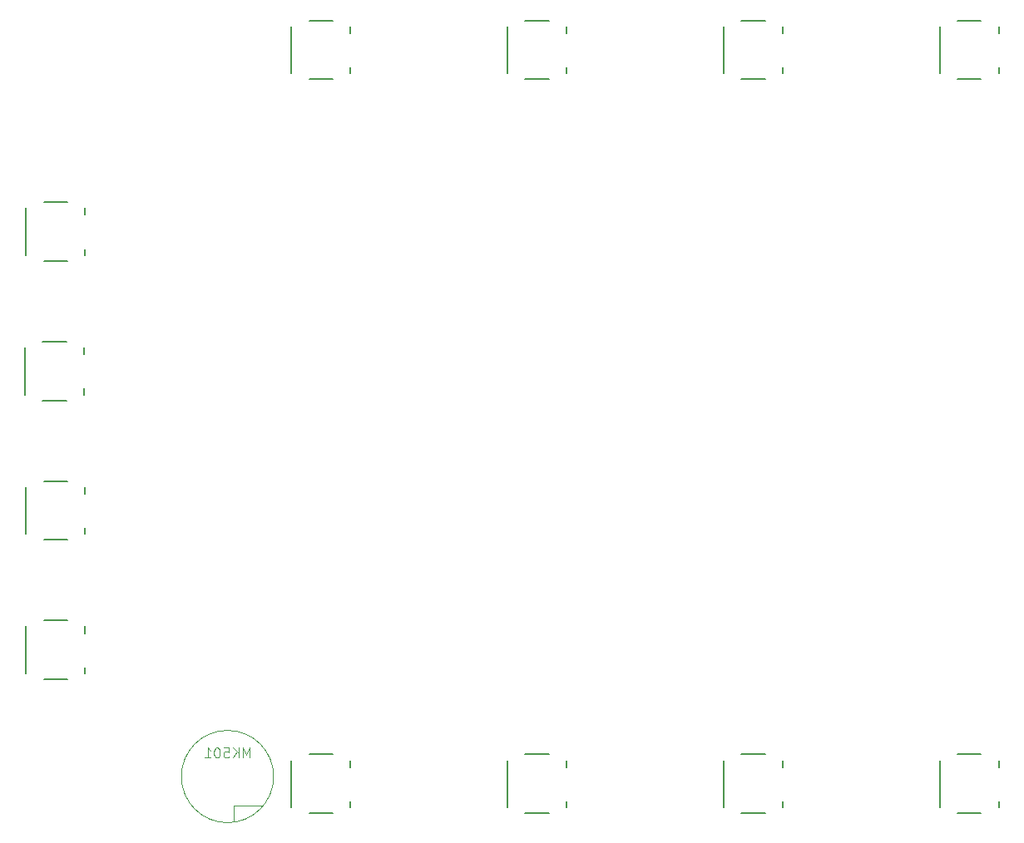
<source format=gbr>
%TF.GenerationSoftware,KiCad,Pcbnew,9.0.2-9.0.2-0~ubuntu24.04.1*%
%TF.CreationDate,2025-06-12T00:39:10-04:00*%
%TF.ProjectId,minstro_combined_board,6d696e73-7472-46f5-9f63-6f6d62696e65,rev?*%
%TF.SameCoordinates,Original*%
%TF.FileFunction,Legend,Bot*%
%TF.FilePolarity,Positive*%
%FSLAX46Y46*%
G04 Gerber Fmt 4.6, Leading zero omitted, Abs format (unit mm)*
G04 Created by KiCad (PCBNEW 9.0.2-9.0.2-0~ubuntu24.04.1) date 2025-06-12 00:39:10*
%MOMM*%
%LPD*%
G01*
G04 APERTURE LIST*
%ADD10C,0.100000*%
%ADD11C,0.150000*%
%ADD12C,0.050000*%
G04 APERTURE END LIST*
D10*
X101261904Y-127057419D02*
X101261904Y-126057419D01*
X101261904Y-126057419D02*
X100928571Y-126771704D01*
X100928571Y-126771704D02*
X100595238Y-126057419D01*
X100595238Y-126057419D02*
X100595238Y-127057419D01*
X100119047Y-127057419D02*
X100119047Y-126057419D01*
X99547619Y-127057419D02*
X99976190Y-126485990D01*
X99547619Y-126057419D02*
X100119047Y-126628847D01*
X98642857Y-126057419D02*
X99119047Y-126057419D01*
X99119047Y-126057419D02*
X99166666Y-126533609D01*
X99166666Y-126533609D02*
X99119047Y-126485990D01*
X99119047Y-126485990D02*
X99023809Y-126438371D01*
X99023809Y-126438371D02*
X98785714Y-126438371D01*
X98785714Y-126438371D02*
X98690476Y-126485990D01*
X98690476Y-126485990D02*
X98642857Y-126533609D01*
X98642857Y-126533609D02*
X98595238Y-126628847D01*
X98595238Y-126628847D02*
X98595238Y-126866942D01*
X98595238Y-126866942D02*
X98642857Y-126962180D01*
X98642857Y-126962180D02*
X98690476Y-127009800D01*
X98690476Y-127009800D02*
X98785714Y-127057419D01*
X98785714Y-127057419D02*
X99023809Y-127057419D01*
X99023809Y-127057419D02*
X99119047Y-127009800D01*
X99119047Y-127009800D02*
X99166666Y-126962180D01*
X97976190Y-126057419D02*
X97880952Y-126057419D01*
X97880952Y-126057419D02*
X97785714Y-126105038D01*
X97785714Y-126105038D02*
X97738095Y-126152657D01*
X97738095Y-126152657D02*
X97690476Y-126247895D01*
X97690476Y-126247895D02*
X97642857Y-126438371D01*
X97642857Y-126438371D02*
X97642857Y-126676466D01*
X97642857Y-126676466D02*
X97690476Y-126866942D01*
X97690476Y-126866942D02*
X97738095Y-126962180D01*
X97738095Y-126962180D02*
X97785714Y-127009800D01*
X97785714Y-127009800D02*
X97880952Y-127057419D01*
X97880952Y-127057419D02*
X97976190Y-127057419D01*
X97976190Y-127057419D02*
X98071428Y-127009800D01*
X98071428Y-127009800D02*
X98119047Y-126962180D01*
X98119047Y-126962180D02*
X98166666Y-126866942D01*
X98166666Y-126866942D02*
X98214285Y-126676466D01*
X98214285Y-126676466D02*
X98214285Y-126438371D01*
X98214285Y-126438371D02*
X98166666Y-126247895D01*
X98166666Y-126247895D02*
X98119047Y-126152657D01*
X98119047Y-126152657D02*
X98071428Y-126105038D01*
X98071428Y-126105038D02*
X97976190Y-126057419D01*
X96690476Y-127057419D02*
X97261904Y-127057419D01*
X96976190Y-127057419D02*
X96976190Y-126057419D01*
X96976190Y-126057419D02*
X97071428Y-126200276D01*
X97071428Y-126200276D02*
X97166666Y-126295514D01*
X97166666Y-126295514D02*
X97261904Y-126343133D01*
D11*
%TO.C,S902*%
X129300000Y-52000000D02*
X131700000Y-52000000D01*
X133500000Y-52600000D02*
X133500000Y-53300000D01*
X133500000Y-56800000D02*
X133500000Y-57400000D01*
X127500000Y-57400000D02*
X127500000Y-52600000D01*
X131700000Y-58000000D02*
X129300000Y-58000000D01*
%TO.C,S903*%
X151300000Y-52000000D02*
X153700000Y-52000000D01*
X155500000Y-52600000D02*
X155500000Y-53300000D01*
X155500000Y-56800000D02*
X155500000Y-57400000D01*
X149500000Y-57400000D02*
X149500000Y-52600000D01*
X153700000Y-58000000D02*
X151300000Y-58000000D01*
%TO.C,S910*%
X129300000Y-126750000D02*
X131700000Y-126750000D01*
X133500000Y-127350000D02*
X133500000Y-128050000D01*
X133500000Y-131550000D02*
X133500000Y-132150000D01*
X127500000Y-132150000D02*
X127500000Y-127350000D01*
X131700000Y-132750000D02*
X129300000Y-132750000D01*
%TO.C,S907*%
X80300000Y-98900000D02*
X82700000Y-98900000D01*
X84500000Y-99500000D02*
X84500000Y-100200000D01*
X84500000Y-103700000D02*
X84500000Y-104300000D01*
X78500000Y-104300000D02*
X78500000Y-99500000D01*
X82700000Y-104900000D02*
X80300000Y-104900000D01*
%TO.C,S911*%
X151300000Y-126750000D02*
X153700000Y-126750000D01*
X155500000Y-127350000D02*
X155500000Y-128050000D01*
X155500000Y-131550000D02*
X155500000Y-132150000D01*
X149500000Y-132150000D02*
X149500000Y-127350000D01*
X153700000Y-132750000D02*
X151300000Y-132750000D01*
%TO.C,S909*%
X107300000Y-126750000D02*
X109700000Y-126750000D01*
X111500000Y-127350000D02*
X111500000Y-128050000D01*
X111500000Y-131550000D02*
X111500000Y-132150000D01*
X105500000Y-132150000D02*
X105500000Y-127350000D01*
X109700000Y-132750000D02*
X107300000Y-132750000D01*
%TO.C,S901*%
X107300000Y-52000000D02*
X109700000Y-52000000D01*
X111500000Y-52600000D02*
X111500000Y-53300000D01*
X111500000Y-56800000D02*
X111500000Y-57400000D01*
X105500000Y-57400000D02*
X105500000Y-52600000D01*
X109700000Y-58000000D02*
X107300000Y-58000000D01*
%TO.C,S912*%
X173300000Y-126750000D02*
X175700000Y-126750000D01*
X177500000Y-127350000D02*
X177500000Y-128050000D01*
X177500000Y-131550000D02*
X177500000Y-132150000D01*
X171500000Y-132150000D02*
X171500000Y-127350000D01*
X175700000Y-132750000D02*
X173300000Y-132750000D01*
%TO.C,S908*%
X80300000Y-113100000D02*
X82700000Y-113100000D01*
X84500000Y-113700000D02*
X84500000Y-114400000D01*
X84500000Y-117900000D02*
X84500000Y-118500000D01*
X78500000Y-118500000D02*
X78500000Y-113700000D01*
X82700000Y-119100000D02*
X80300000Y-119100000D01*
%TO.C,S905*%
X80300000Y-70500000D02*
X82700000Y-70500000D01*
X84500000Y-71100000D02*
X84500000Y-71800000D01*
X84500000Y-75300000D02*
X84500000Y-75900000D01*
X78500000Y-75900000D02*
X78500000Y-71100000D01*
X82700000Y-76500000D02*
X80300000Y-76500000D01*
%TO.C,S906*%
X80200000Y-84700000D02*
X82600000Y-84700000D01*
X84400000Y-85300000D02*
X84400000Y-86000000D01*
X84400000Y-89500000D02*
X84400000Y-90100000D01*
X78400000Y-90100000D02*
X78400000Y-85300000D01*
X82600000Y-90700000D02*
X80200000Y-90700000D01*
%TO.C,S904*%
X173300000Y-52000000D02*
X175700000Y-52000000D01*
X177500000Y-52600000D02*
X177500000Y-53300000D01*
X177500000Y-56800000D02*
X177500000Y-57400000D01*
X171500000Y-57400000D02*
X171500000Y-52600000D01*
X175700000Y-58000000D02*
X173300000Y-58000000D01*
D10*
%TO.C,MK501*%
X99600000Y-132000000D02*
X99600000Y-133600000D01*
X102400000Y-132000000D02*
X99600000Y-132000000D01*
D12*
X103700000Y-129000000D02*
G75*
G02*
X94300000Y-129000000I-4700000J0D01*
G01*
X94300000Y-129000000D02*
G75*
G02*
X103700000Y-129000000I4700000J0D01*
G01*
%TD*%
M02*

</source>
